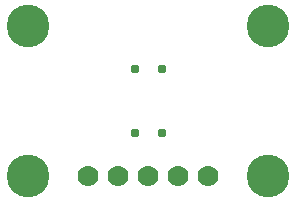
<source format=gbr>
G04 EAGLE Gerber RS-274X export*
G75*
%MOMM*%
%FSLAX34Y34*%
%LPD*%
%INSoldermask Bottom*%
%IPPOS*%
%AMOC8*
5,1,8,0,0,1.08239X$1,22.5*%
G01*
%ADD10C,3.617600*%
%ADD11C,1.778000*%
%ADD12C,0.791200*%


D10*
X25400Y152400D03*
X228600Y152400D03*
X25400Y25400D03*
X228600Y25400D03*
D11*
X177800Y25400D03*
X152400Y25400D03*
X127000Y25400D03*
X101600Y25400D03*
X76200Y25400D03*
D12*
X138200Y61900D03*
X115800Y61900D03*
X115800Y115800D03*
X138300Y115900D03*
M02*

</source>
